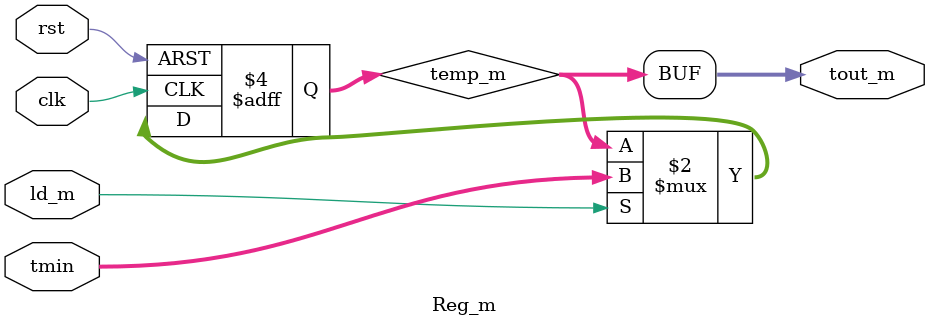
<source format=v>
`timescale 1ns/1ps
module Reg_m(
    input clk, 
    input rst,
    input [11:0]tmin,
    input ld_m,
    output [11:0] tout_m
);
reg [11:0] temp_m;
always@(posedge clk or posedge rst)
begin
    if (rst)
        temp_m <= 0;
    else 
        if(ld_m)
        temp_m <= tmin;
    
end
assign tout_m = temp_m;
endmodule
</source>
